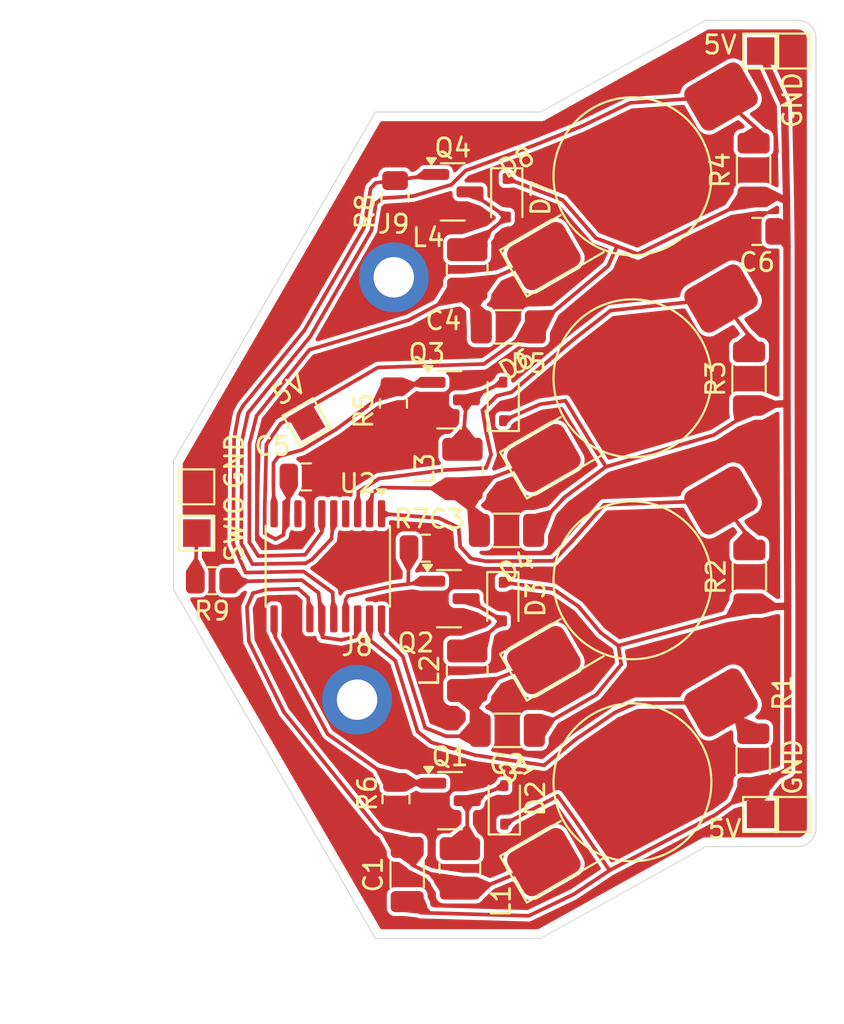
<source format=kicad_pcb>
(kicad_pcb (version 20240108) (generator "pcbnew") (generator_version "8.0")
  (layers (0 "F.Cu" signal) (31 "B.Cu" signal) (34 "B.Paste" user) (35 "F.Paste" user) (36 "B.SilkS" user "B.Silkscreen") (37 "F.SilkS" user "F.Silkscreen") (38 "B.Mask" user) (39 "F.Mask" user) (44 "Edge.Cuts" user))
  (net 0 "")
  (net 1 "+5V")
  (net 2 "m01")
  (net 3 "m11")
  (net 4 "m21")
  (net 5 "m31")
  (net 6 "m00")
  (net 7 "Net-(D2-A)")
  (net 8 "Net-(D3-A)")
  (net 9 "m10")
  (net 10 "Net-(D5-A)")
  (net 11 "m20")
  (net 12 "Net-(D7-A)")
  (net 13 "m30")
  (net 14 "T1C1")
  (net 15 "GND")
  (net 16 "T1C2")
  (net 17 "T2C1")
  (net 18 "T2C3")
  (net 21 "SWIO")
  (net 22 "Net-(J2-Pin_1)")
  (footprint "Capacitor_SMD:C_1206_3216Metric" (layer "F.Cu") (at 60.24 98.2 180)
    (property "Reference" "C4" (at 3.54 0.34 0) (layer "F.SilkS"))
    (property "Value" "22u")
    (pad "1" smd roundrect (at -1.475 0 180) (size 1.15 1.8) (layers "F.Cu" "F.Paste" "F.Mask") (roundrect_rratio 0.217391) (net 1 "+5V"))
    (pad "2" smd roundrect (at 1.475 0 180) (size 1.15 1.8) (layers "F.Cu" "F.Paste" "F.Mask") (roundrect_rratio 0.217391) (net 5 "m31"))
  )
  (footprint "Capacitor_SMD:C_1206_3216Metric" (layer "F.Cu") (at 60.14 109.28 180)
    (property "Reference" "C3" (at 3.26 0.61 0) (layer "F.SilkS"))
    (property "Value" "22u")
    (pad "1" smd roundrect (at -1.475 0 180) (size 1.15 1.8) (layers "F.Cu" "F.Paste" "F.Mask") (roundrect_rratio 0.217391) (net 1 "+5V"))
    (pad "2" smd roundrect (at 1.475 0 180) (size 1.15 1.8) (layers "F.Cu" "F.Paste" "F.Mask") (roundrect_rratio 0.217391) (net 4 "m21"))
  )
  (footprint "Inductor_SMD:L_1008_2520Metric" (layer "F.Cu") (at 57.74 105.94 90)
    (property "Reference" "L3" (at 0 -2.05 90) (layer "F.SilkS"))
    (property "Value" "2.2uH")
    (pad "1" smd roundrect (at -1.075 0 90) (size 1.25 2.2) (layers "F.Cu" "F.Paste" "F.Mask") (roundrect_rratio 0.2) (net 4 "m21"))
    (pad "2" smd roundrect (at 1.075 0 90) (size 1.25 2.2) (layers "F.Cu" "F.Paste" "F.Mask") (roundrect_rratio 0.2) (net 10 "Net-(D5-A)"))
  )
  (footprint "Resistor_SMD:R_0805_2012Metric" (layer "F.Cu") (at 44.1 112.02 180)
    (property "Reference" "R9" (at 0 -1.65 360) (layer "F.SilkS"))
    (property "Value" "120")
    (pad "1" smd roundrect (at -0.9125 0 180) (size 1.025 1.4) (layers "F.Cu" "F.Paste" "F.Mask") (roundrect_rratio 0.243902) (net 21 "SWIO"))
    (pad "2" smd roundrect (at 0.9125 0 180) (size 1.025 1.4) (layers "F.Cu" "F.Paste" "F.Mask") (roundrect_rratio 0.243902) (net 22 "Net-(J2-Pin_1)"))
  )
  (footprint "Resistor_SMD:R_1206_3216Metric" (layer "F.Cu") (at 73.37 111.81 90)
    (property "Reference" "R2" (at 0 -1.82 90) (layer "F.SilkS"))
    (property "Value" "100m")
    (pad "1" smd roundrect (at -1.4625 0 90) (size 1.125 1.75) (layers "F.Cu" "F.Paste" "F.Mask") (roundrect_rratio 0.222222) (net 1 "+5V"))
    (pad "2" smd roundrect (at 1.4625 0 90) (size 1.125 1.75) (layers "F.Cu" "F.Paste" "F.Mask") (roundrect_rratio 0.222222) (net 9 "m10"))
  )
  (footprint "Resistor_SMD:R_0805_2012Metric" (layer "F.Cu") (at 54.07 91.1475 -90)
    (property "Reference" "R8" (at 0.7725 1.64 90) (layer "F.SilkS"))
    (property "Value" "10k")
    (pad "1" smd roundrect (at -0.9125 0 270) (size 1.025 1.4) (layers "F.Cu" "F.Paste" "F.Mask") (roundrect_rratio 0.243902) (net 14 "T1C1"))
    (pad "2" smd roundrect (at 0.9125 0 270) (size 1.025 1.4) (layers "F.Cu" "F.Paste" "F.Mask") (roundrect_rratio 0.243902) (net 15 "GND"))
  )
  (footprint "Diode_SMD:D_SOD-323" (layer "F.Cu") (at 60.02 124.23 90)
    (property "Reference" "D2" (at 0.35 1.7 90) (layer "F.SilkS"))
    (property "Value" "1A")
    (pad "1" smd roundrect (at -1.05 0 90) (size 0.6 0.45) (layers "F.Cu" "F.Paste" "F.Mask") (net 1 "+5V"))
    (pad "2" smd roundrect (at 1.05 0 90) (size 0.6 0.45) (layers "F.Cu" "F.Paste" "F.Mask") (net 7 "Net-(D2-A)"))
  )
  (footprint "Package_TO_SOT_SMD:SOT-23" (layer "F.Cu") (at 57.2125 90.85)
    (property "Reference" "Q4" (at 0 -2.4 0) (layer "F.SilkS"))
    (property "Value" "Q_NMOS_GSD")
    (pad "1" smd roundrect (at -0.9375 -0.95) (size 1.475 0.6) (layers "F.Cu" "F.Paste" "F.Mask") (net 14 "T1C1"))
    (pad "2" smd roundrect (at -0.9375 0.95) (size 1.475 0.6) (layers "F.Cu" "F.Paste" "F.Mask") (net 15 "GND"))
    (pad "3" smd roundrect (at 0.9375 0) (size 1.475 0.6) (layers "F.Cu" "F.Paste" "F.Mask") (net 12 "Net-(D7-A)"))
  )
  (footprint "Capacitor_SMD:C_1206_3216Metric" (layer "F.Cu") (at 60.18 120.17 180)
    (property "Reference" "C2" (at 0 -1.85 0) (layer "F.SilkS"))
    (property "Value" "22u")
    (pad "1" smd roundrect (at -1.475 0 180) (size 1.15 1.8) (layers "F.Cu" "F.Paste" "F.Mask") (roundrect_rratio 0.217391) (net 1 "+5V"))
    (pad "2" smd roundrect (at 1.475 0 180) (size 1.15 1.8) (layers "F.Cu" "F.Paste" "F.Mask") (roundrect_rratio 0.217391) (net 3 "m11"))
  )
  (footprint "Inductor_SMD:L_1008_2520Metric" (layer "F.Cu") (at 58 95.07 90)
    (property "Reference" "L4" (at 1.74 -2.13 180) (layer "F.SilkS"))
    (property "Value" "2.2uH")
    (pad "1" smd roundrect (at -1.075 0 90) (size 1.25 2.2) (layers "F.Cu" "F.Paste" "F.Mask") (roundrect_rratio 0.2) (net 5 "m31"))
    (pad "2" smd roundrect (at 1.075 0 90) (size 1.25 2.2) (layers "F.Cu" "F.Paste" "F.Mask") (roundrect_rratio 0.2) (net 12 "Net-(D7-A)"))
  )
  (footprint "Resistor_SMD:R_1206_3216Metric" (layer "F.Cu") (at 73.58 121.82 90)
    (property "Reference" "R1" (at 3.7 1.6 90) (layer "F.SilkS"))
    (property "Value" "100m")
    (pad "1" smd roundrect (at -1.4625 0 90) (size 1.125 1.75) (layers "F.Cu" "F.Paste" "F.Mask") (roundrect_rratio 0.222222) (net 1 "+5V"))
    (pad "2" smd roundrect (at 1.4625 0 90) (size 1.125 1.75) (layers "F.Cu" "F.Paste" "F.Mask") (roundrect_rratio 0.222222) (net 6 "m00"))
  )
  (footprint "Resistor_SMD:R_1206_3216Metric" (layer "F.Cu") (at 73.6 89.66 90)
    (property "Reference" "R4" (at 0 -1.82 90) (layer "F.SilkS"))
    (property "Value" "100m")
    (pad "1" smd roundrect (at -1.4625 0 90) (size 1.125 1.75) (layers "F.Cu" "F.Paste" "F.Mask") (roundrect_rratio 0.222222) (net 1 "+5V"))
    (pad "2" smd roundrect (at 1.4625 0 90) (size 1.125 1.75) (layers "F.Cu" "F.Paste" "F.Mask") (roundrect_rratio 0.222222) (net 13 "m30"))
  )
  (footprint "Resistor_SMD:R_1206_3216Metric" (layer "F.Cu") (at 73.35 101.02 90)
    (property "Reference" "R3" (at 0 -1.82 90) (layer "F.SilkS"))
    (property "Value" "100m")
    (pad "1" smd roundrect (at -1.4625 0 90) (size 1.125 1.75) (layers "F.Cu" "F.Paste" "F.Mask") (roundrect_rratio 0.222222) (net 1 "+5V"))
    (pad "2" smd roundrect (at 1.4625 0 90) (size 1.125 1.75) (layers "F.Cu" "F.Paste" "F.Mask") (roundrect_rratio 0.222222) (net 11 "m20"))
  )
  (footprint "TestPoint:TestPoint_Pad_1.5x1.5mm" (layer "F.Cu") (at 43.27 106.91)
    (property "Reference" "J1" (hide yes))
    (property "Value" "GND" (at 2.04 -1.4 90) (layer "F.SilkS"))
    (pad "1" smd rect (at 0 0) (size 1.5 1.5) (layers "F.Cu" "F.Paste" "F.Mask") (net 15 "GND"))
  )
  (footprint "Inductor_SMD:L_1008_2520Metric" (layer "F.Cu") (at 57.6 127.69 90)
    (property "Reference" "L1" (at -1.79 2.25 90) (layer "F.SilkS"))
    (property "Value" "2.2uH")
    (pad "1" smd roundrect (at -1.075 0 90) (size 1.25 2.2) (layers "F.Cu" "F.Paste" "F.Mask") (roundrect_rratio 0.2) (net 2 "m01"))
    (pad "2" smd roundrect (at 1.075 0 90) (size 1.25 2.2) (layers "F.Cu" "F.Paste" "F.Mask") (roundrect_rratio 0.2) (net 7 "Net-(D2-A)"))
  )
  (footprint "TestPoint:TestPoint_Pad_1.5x1.5mm" (layer "F.Cu") (at 73.98 124.75)
    (property "Reference" "J4" (hide yes))
    (property "Value" "5V" (at -1.96 0.81 0) (layer "F.SilkS"))
    (pad "1" smd rect (at 0 0) (size 1.5 1.5) (layers "F.Cu" "F.Paste" "F.Mask") (net 1 "+5V"))
  )
  (footprint "Diode_SMD:D_SOD-323" (layer "F.Cu") (at 59.94 113.16 -90)
    (property "Reference" "D3" (at -0.13 -1.79 90) (layer "F.SilkS"))
    (property "Value" "1A")
    (pad "1" smd roundrect (at -1.05 0 270) (size 0.6 0.45) (layers "F.Cu" "F.Paste" "F.Mask") (net 1 "+5V"))
    (pad "2" smd roundrect (at 1.05 0 270) (size 0.6 0.45) (layers "F.Cu" "F.Paste" "F.Mask") (net 8 "Net-(D3-A)"))
  )
  (footprint "Diode_SMD:D_SOD-323" (layer "F.Cu") (at 60.1525 91.17 -90)
    (property "Reference" "D7" (at 0 -1.85 90) (layer "F.SilkS"))
    (property "Value" "1A")
    (pad "1" smd roundrect (at -1.05 0 270) (size 0.6 0.45) (layers "F.Cu" "F.Paste" "F.Mask") (net 1 "+5V"))
    (pad "2" smd roundrect (at 1.05 0 270) (size 0.6 0.45) (layers "F.Cu" "F.Paste" "F.Mask") (net 12 "Net-(D7-A)"))
  )
  (footprint "cnhardware:LED_1W_3W_R8-FOR-ALUMINIUM-SUBSTRATE" (layer "F.Cu") (at 67 123 30)
    (property "Reference" "D1" (at -5.08 -3.81 30) (layer "F.SilkS"))
    (property "Value" "LED")
    (pad "1" smd roundrect (at -6.35 1.35 30) (size 3.5 2.7) (layers "F.Cu" "F.Paste" "F.Mask") (roundrect_rratio 0.1851851852) (net 2 "m01"))
    (pad "2" smd roundrect (at 6.35 -1.35 30) (size 3.5 2.7) (layers "F.Cu" "F.Paste" "F.Mask") (roundrect_rratio 0.1851851852) (net 6 "m00"))
  )
  (footprint "Resistor_SMD:R_0805_2012Metric" (layer "F.Cu") (at 54.12 123.9175 -90)
    (property "Reference" "R6" (at -0.3175 1.56 90) (layer "F.SilkS"))
    (property "Value" "10k")
    (pad "1" smd roundrect (at -0.9125 0 270) (size 1.025 1.4) (layers "F.Cu" "F.Paste" "F.Mask") (roundrect_rratio 0.243902) (net 17 "T2C1"))
    (pad "2" smd roundrect (at 0.9125 0 270) (size 1.025 1.4) (layers "F.Cu" "F.Paste" "F.Mask") (roundrect_rratio 0.243902) (net 15 "GND"))
  )
  (footprint "TestPoint:TestPoint_Pad_1.5x1.5mm" (layer "F.Cu") (at 73.99 83.18)
    (property "Reference" "J3" (hide yes))
    (property "Value" "5V" (at -2.22 -0.34 0) (layer "F.SilkS"))
    (pad "1" smd rect (at 0 0) (size 1.5 1.5) (layers "F.Cu" "F.Paste" "F.Mask") (net 1 "+5V"))
  )
  (footprint "cnhardware:LED_1W_3W_R8-FOR-ALUMINIUM-SUBSTRATE" (layer "F.Cu") (at 67 112 30)
    (property "Reference" "D4" (at -5.08 -3.81 30) (layer "F.SilkS"))
    (property "Value" "LED")
    (pad "1" smd roundrect (at -6.35 1.35 30) (size 3.5 2.7) (layers "F.Cu" "F.Paste" "F.Mask") (roundrect_rratio 0.1851851852) (net 3 "m11"))
    (pad "2" smd roundrect (at 6.35 -1.35 30) (size 3.5 2.7) (layers "F.Cu" "F.Paste" "F.Mask") (roundrect_rratio 0.1851851852) (net 9 "m10"))
  )
  (footprint "Inductor_SMD:L_1008_2520Metric" (layer "F.Cu") (at 58 116.925 90)
    (property "Reference" "L2" (at 0 -2.05 90) (layer "F.SilkS"))
    (property "Value" "2.2uH")
    (pad "1" smd roundrect (at -1.075 0 90) (size 1.25 2.2) (layers "F.Cu" "F.Paste" "F.Mask") (roundrect_rratio 0.2) (net 3 "m11"))
    (pad "2" smd roundrect (at 1.075 0 90) (size 1.25 2.2) (layers "F.Cu" "F.Paste" "F.Mask") (roundrect_rratio 0.2) (net 8 "Net-(D3-A)"))
  )
  (footprint "TestPoint:TestPoint_Pad_1.5x1.5mm" (layer "F.Cu") (at 75.75 124.75)
    (property "Reference" "J6" (hide yes))
    (property "Value" "GND" (at -0.03 -2.59 90) (layer "F.SilkS"))
    (pad "1" smd rect (at 0 0) (size 1.5 1.5) (layers "F.Cu" "F.Paste" "F.Mask") (net 15 "GND"))
  )
  (footprint "Package_TO_SOT_SMD:SOT-23" (layer "F.Cu") (at 57.0625 124)
    (property "Reference" "Q1" (at 0 -2.4 0) (layer "F.SilkS"))
    (property "Value" "Q_NMOS_GSD")
    (pad "1" smd roundrect (at -0.9375 -0.95) (size 1.475 0.6) (layers "F.Cu" "F.Paste" "F.Mask") (net 17 "T2C1"))
    (pad "2" smd roundrect (at -0.9375 0.95) (size 1.475 0.6) (layers "F.Cu" "F.Paste" "F.Mask") (net 15 "GND"))
    (pad "3" smd roundrect (at 0.9375 0) (size 1.475 0.6) (layers "F.Cu" "F.Paste" "F.Mask") (net 7 "Net-(D2-A)"))
  )
  (footprint "Package_TO_SOT_SMD:SOT-23" (layer "F.Cu") (at 57 113)
    (property "Reference" "Q2" (at -1.8 2.4 0) (layer "F.SilkS"))
    (property "Value" "Q_NMOS_GSD")
    (pad "1" smd roundrect (at -0.9375 -0.95) (size 1.475 0.6) (layers "F.Cu" "F.Paste" "F.Mask") (net 16 "T1C2"))
    (pad "2" smd roundrect (at -0.9375 0.95) (size 1.475 0.6) (layers "F.Cu" "F.Paste" "F.Mask") (net 15 "GND"))
    (pad "3" smd roundrect (at 0.9375 0) (size 1.475 0.6) (layers "F.Cu" "F.Paste" "F.Mask") (net 8 "Net-(D3-A)"))
  )
  (footprint "Capacitor_SMD:C_0805_2012Metric" (layer "F.Cu") (at 73.79 93 180)
    (property "Reference" "C6" (at 0 -1.68 360) (layer "F.SilkS"))
    (property "Value" "10u")
    (pad "1" smd roundrect (at -0.95 0 180) (size 1 1.45) (layers "F.Cu" "F.Paste" "F.Mask") (net 1 "+5V"))
    (pad "2" smd roundrect (at 0.95 0 180) (size 1 1.45) (layers "F.Cu" "F.Paste" "F.Mask") (net 15 "GND"))
  )
  (footprint "Package_TO_SOT_SMD:SOT-23" (layer "F.Cu") (at 57.02 102.1725)
    (property "Reference" "Q3" (at -1.22 -2.5325 0) (layer "F.SilkS"))
    (property "Value" "Q_NMOS_GSD")
    (pad "1" smd roundrect (at -0.9375 -0.95) (size 1.475 0.6) (layers "F.Cu" "F.Paste" "F.Mask") (net 18 "T2C3"))
    (pad "2" smd roundrect (at -0.9375 0.95) (size 1.475 0.6) (layers "F.Cu" "F.Paste" "F.Mask") (net 15 "GND"))
    (pad "3" smd roundrect (at 0.9375 0) (size 1.475 0.6) (layers "F.Cu" "F.Paste" "F.Mask") (net 10 "Net-(D5-A)"))
  )
  (footprint "cnhardware:LED_1W_3W_R8-FOR-ALUMINIUM-SUBSTRATE" (layer "F.Cu") (at 67 90 30)
    (property "Reference" "D8" (at -5.08 -3.81 30) (layer "F.SilkS"))
    (property "Value" "LED")
    (pad "1" smd roundrect (at -6.35 1.35 30) (size 3.5 2.7) (layers "F.Cu" "F.Paste" "F.Mask") (roundrect_rratio 0.1851851852) (net 5 "m31"))
    (pad "2" smd roundrect (at 6.35 -1.35 30) (size 3.5 2.7) (layers "F.Cu" "F.Paste" "F.Mask") (roundrect_rratio 0.1851851852) (net 13 "m30"))
  )
  (footprint "Package_SO:TSSOP-20_4.4x6.5mm_P0.65mm" (layer "F.Cu") (at 50.405 111.2375 -90)
    (property "Reference" "U2" (at -4.5175 -1.635 180) (layer "F.SilkS"))
    (property "Value" "CH32V003FxPx")
    (pad "1" smd roundrect (at -2.8625 -2.925 270) (size 1.475 0.4) (layers "F.Cu" "F.Paste" "F.Mask") (net 9 "m10"))
    (pad "2" smd roundrect (at -2.8625 -2.275 270) (size 1.475 0.4) (layers "F.Cu" "F.Paste" "F.Mask") (net 4 "m21"))
    (pad "3" smd roundrect (at -2.8625 -1.625 270) (size 1.475 0.4) (layers "F.Cu" "F.Paste" "F.Mask") (net 11 "m20"))
    (pad "4" smd roundrect (at -2.8625 -0.975 270) (size 1.475 0.4) (layers "F.Cu" "F.Paste" "F.Mask"))
    (pad "5" smd roundrect (at -2.8625 -0.325 270) (size 1.475 0.4) (layers "F.Cu" "F.Paste" "F.Mask") (net 13 "m30"))
    (pad "6" smd roundrect (at -2.8625 0.325 270) (size 1.475 0.4) (layers "F.Cu" "F.Paste" "F.Mask") (net 5 "m31"))
    (pad "7" smd roundrect (at -2.8625 0.975 270) (size 1.475 0.4) (layers "F.Cu" "F.Paste" "F.Mask") (net 15 "GND"))
    (pad "8" smd roundrect (at -2.8625 1.625 270) (size 1.475 0.4) (layers "F.Cu" "F.Paste" "F.Mask"))
    (pad "9" smd roundrect (at -2.8625 2.275 270) (size 1.475 0.4) (layers "F.Cu" "F.Paste" "F.Mask") (net 1 "+5V"))
    (pad "10" smd roundrect (at -2.8625 2.925 270) (size 1.475 0.4) (layers "F.Cu" "F.Paste" "F.Mask") (net 18 "T2C3"))
    (pad "11" smd roundrect (at 2.8625 2.925 270) (size 1.475 0.4) (layers "F.Cu" "F.Paste" "F.Mask") (net 17 "T2C1"))
    (pad "12" smd roundrect (at 2.8625 2.275 270) (size 1.475 0.4) (layers "F.Cu" "F.Paste" "F.Mask") (net 15 "GND"))
    (pad "13" smd roundrect (at 2.8625 1.625 270) (size 1.475 0.4) (layers "F.Cu" "F.Paste" "F.Mask") (net 15 "GND"))
    (pad "14" smd roundrect (at 2.8625 0.975 270) (size 1.475 0.4) (layers "F.Cu" "F.Paste" "F.Mask") (net 2 "m01"))
    (pad "15" smd roundrect (at 2.8625 0.325 270) (size 1.475 0.4) (layers "F.Cu" "F.Paste" "F.Mask") (net 21 "SWIO"))
    (pad "16" smd roundrect (at 2.8625 -0.325 270) (size 1.475 0.4) (layers "F.Cu" "F.Paste" "F.Mask") (net 14 "T1C1"))
    (pad "17" smd roundrect (at 2.8625 -0.975 270) (size 1.475 0.4) (layers "F.Cu" "F.Paste" "F.Mask") (net 16 "T1C2"))
    (pad "18" smd roundrect (at 2.8625 -1.625 270) (size 1.475 0.4) (layers "F.Cu" "F.Paste" "F.Mask") (net 21 "SWIO"))
    (pad "19" smd roundrect (at 2.8625 -2.275 270) (size 1.475 0.4) (layers "F.Cu" "F.Paste" "F.Mask") (net 6 "m00"))
    (pad "20" smd roundrect (at 2.8625 -2.925 270) (size 1.475 0.4) (layers "F.Cu" "F.Paste" "F.Mask") (net 3 "m11"))
  )
  (footprint "Capacitor_SMD:C_1206_3216Metric" (layer "F.Cu") (at 54.73 128.02 90)
    (property "Reference" "C1" (at 0 -1.85 90) (layer "F.SilkS"))
    (property "Value" "22u")
    (pad "1" smd roundrect (at -1.475 0 90) (size 1.15 1.8) (layers "F.Cu" "F.Paste" "F.Mask") (roundrect_rratio 0.217391) (net 1 "+5V"))
    (pad "2" smd roundrect (at 1.475 0 90) (size 1.15 1.8) (layers "F.Cu" "F.Paste" "F.Mask") (roundrect_rratio 0.217391) (net 2 "m01"))
  )
  (footprint "TestPoint:TestPoint_Pad_1.5x1.5mm" (layer "F.Cu") (at 49.25 103.38 30)
    (property "Reference" "J7" (hide yes))
    (property "Value" "5V" (at 0.047276 -1.981884 30) (layer "F.SilkS"))
    (pad "1" smd rect (at 0 0 30) (size 1.5 1.5) (layers "F.Cu" "F.Mask") (net 1 "+5V"))
  )
  (footprint "TestPoint:TestPoint_Pad_1.5x1.5mm" (layer "F.Cu") (at 43.27 109.43)
    (property "Reference" "J2" (hide yes))
    (property "Value" "SWIO" (at 2.05 -0.24 90) (layer "F.SilkS"))
    (pad "1" smd rect (at 0 0) (size 1.5 1.5) (layers "F.Cu" "F.Paste" "F.Mask") (net 22 "Net-(J2-Pin_1)"))
  )
  (footprint "MountingHole:MountingHole_2.2mm_M2_DIN965_Pad" (layer "F.Cu") (at 54 95.5)
    (property "Reference" "J9" (at 0 -2.9 0) (layer "F.SilkS"))
    (property "Value" "GND")
    (pad "1" thru_hole circle (at 0 0) (size 3.8 3.8) (drill 2.2) (layers "*.Cu" "*.Mask") (net 15 "GND"))
  )
  (footprint "Resistor_SMD:R_0805_2012Metric" (layer "F.Cu") (at 55.7425 110.25)
    (property "Reference" "R7" (at -0.7625 -1.6 0) (layer "F.SilkS"))
    (property "Value" "10k")
    (pad "1" smd roundrect (at -0.9125 0) (size 1.025 1.4) (layers "F.Cu" "F.Paste" "F.Mask") (roundrect_rratio 0.243902) (net 16 "T1C2"))
    (pad "2" smd roundrect (at 0.9125 0) (size 1.025 1.4) (layers "F.Cu" "F.Paste" "F.Mask") (roundrect_rratio 0.243902) (net 15 "GND"))
  )
  (footprint "Resistor_SMD:R_0805_2012Metric" (layer "F.Cu") (at 53.98 102.3775 -90)
    (property "Reference" "R5" (at 0.3825 1.62 90) (layer "F.SilkS"))
    (property "Value" "10k")
    (pad "1" smd roundrect (at -0.9125 0 270) (size 1.025 1.4) (layers "F.Cu" "F.Paste" "F.Mask") (roundrect_rratio 0.243902) (net 18 "T2C3"))
    (pad "2" smd roundrect (at 0.9125 0 270) (size 1.025 1.4) (layers "F.Cu" "F.Paste" "F.Mask") (roundrect_rratio 0.243902) (net 15 "GND"))
  )
  (footprint "Capacitor_SMD:C_0805_2012Metric" (layer "F.Cu") (at 49.23 106.37)
    (property "Reference" "C5" (at -1.84 -1.67 0) (layer "F.SilkS"))
    (property "Value" "10u")
    (pad "1" smd roundrect (at -0.95 0) (size 1 1.45) (layers "F.Cu" "F.Paste" "F.Mask") (net 1 "+5V"))
    (pad "2" smd roundrect (at 0.95 0) (size 1 1.45) (layers "F.Cu" "F.Paste" "F.Mask") (net 15 "GND"))
  )
  (footprint "MountingHole:MountingHole_2.2mm_M2_DIN965_Pad" (layer "F.Cu") (at 52 118.5)
    (property "Reference" "J8" (at 0 -2.9 0) (layer "F.SilkS"))
    (property "Value" "GND")
    (pad "1" thru_hole circle (at 0 0) (size 3.8 3.8) (drill 2.2) (layers "*.Cu" "*.Mask") (net 15 "GND"))
  )
  (footprint "TestPoint:TestPoint_Pad_1.5x1.5mm" (layer "F.Cu") (at 75.74 83.18)
    (property "Reference" "J5" (hide yes))
    (property "Value" "GND" (at -0.02 2.67 90) (layer "F.SilkS"))
    (pad "1" smd rect (at 0 0) (size 1.5 1.5) (layers "F.Cu" "F.Paste" "F.Mask") (net 15 "GND"))
  )
  (footprint "Diode_SMD:D_SOD-323" (layer "F.Cu") (at 59.96 102.26 90)
    (property "Reference" "D5" (at 2.06 1.39 180) (layer "F.SilkS"))
    (property "Value" "1A")
    (pad "1" smd roundrect (at -1.05 0 90) (size 0.6 0.45) (layers "F.Cu" "F.Paste" "F.Mask") (net 1 "+5V"))
    (pad "2" smd roundrect (at 1.05 0 90) (size 0.6 0.45) (layers "F.Cu" "F.Paste" "F.Mask") (net 10 "Net-(D5-A)"))
  )
  (footprint "cnhardware:LED_1W_3W_R8-FOR-ALUMINIUM-SUBSTRATE" (layer "F.Cu") (at 67 101 30)
    (property "Reference" "D6" (at -5.08 -3.81 30) (layer "F.SilkS"))
    (property "Value" "LED")
    (pad "1" smd roundrect (at -6.35 1.35 30) (size 3.5 2.7) (layers "F.Cu" "F.Paste" "F.Mask") (roundrect_rratio 0.1851851852) (net 4 "m21"))
    (pad "2" smd roundrect (at 6.35 -1.35 30) (size 3.5 2.7) (layers "F.Cu" "F.Paste" "F.Mask") (roundrect_rratio 0.1851851852) (net 11 "m20"))
  )
  (gr_line (start 53 131.5) (end 42 112.5) (stroke (width 0.05)) (layer "Edge.Cuts"))
  (gr_line (start 54 86.5) (end 53 86.5) (stroke (width 0.05)) (layer "Edge.Cuts"))
  (gr_arc (start 77 125.5) (mid 76.707107 126.207107) (end 76 126.5) (stroke (width 0.05)) (layer "Edge.Cuts"))
  (gr_line (start 77 125.5) (end 77 82.5) (stroke (width 0.05)) (layer "Edge.Cuts"))
  (gr_line (start 71 126.5) (end 62 131.5) (stroke (width 0.05)) (layer "Edge.Cuts"))
  (gr_line (start 71 81.5) (end 62 86.5) (stroke (width 0.05)) (layer "Edge.Cuts"))
  (gr_line (start 76 81.5) (end 71 81.5) (stroke (width 0.05)) (layer "Edge.Cuts"))
  (gr_line (start 62 131.5) (end 53 131.5) (stroke (width 0.05)) (layer "Edge.Cuts"))
  (gr_line (start 42 112.5) (end 42 105.5) (stroke (width 0.05)) (layer "Edge.Cuts"))
  (gr_line (start 62 86.5) (end 54 86.5) (stroke (width 0.05)) (layer "Edge.Cuts"))
  (gr_line (start 76 126.5) (end 71 126.5) (stroke (width 0.05)) (layer "Edge.Cuts"))
  (gr_arc (start 76 81.5) (mid 76.707107 81.792893) (end 77 82.5) (stroke (width 0.05)) (layer "Edge.Cuts"))
  (gr_line (start 42 105.5) (end 53 86.5) (stroke (width 0.05)) (layer "Edge.Cuts"))
  (segment (start 66.23 115.560313) (end 66.39 116.58) (width 0.2) (layer "F.Cu") (net 1))
  (segment (start 63.2 91.29) (end 65 93.36) (width 0.2) (layer "F.Cu") (net 1))
  (segment (start 64.06 113.42) (end 65.26 114.85) (width 0.2) (layer "F.Cu") (net 1))
  (segment (start 47.83 103.48) (end 47.06 104.61) (width 0.2) (layer "F.Cu") (net 1))
  (segment (start 75.42 102.37375) (end 75.46 113.405591) (width 0.4) (layer "F.Cu") (net 1))
  (segment (start 66.16 93.800699) (end 67.29 94.23) (width 0.2) (layer "F.Cu") (net 1))
  (segment (start 75.42 93.82) (end 75.42 102.37375) (width 0.4) (layer "F.Cu") (net 1))
  (segment (start 62.69 112.48) (end 64.06 113.42) (width 0.2) (layer "F.Cu") (net 1))
  (segment (start 61.615 109.28) (end 63.3 107.48) (width 0.2) (layer "F.Cu") (net 1))
  (segment (start 65.04 118.23) (end 61.655 120.17) (width 0.2) (layer "F.Cu") (net 1))
  (segment (start 71.53 124.76) (end 65.752781 127.797219) (width 0.2) (layer "F.Cu") (net 1))
  (segment (start 75.393774 91.346226) (end 75.28 86.1) (width 0.4) (layer "F.Cu") (net 1))
  (segment (start 63.9 125.09) (end 62.93 123.74) (width 0.2) (layer "F.Cu") (net 1))
  (segment (start 73.98 124.75) (end 73.58 123.2825) (width 0.2) (layer "F.Cu") (net 1))
  (segment (start 60.1525 90.12) (end 63.2 91.29) (width 0.2) (layer "F.Cu") (net 1))
  (segment (start 74.74 93) (end 75.42 93.82) (width 0.4) (layer "F.Cu") (net 1))
  (segment (start 61.35 130.27) (end 55.46 130.1) (width 0.2) (layer "F.Cu") (net 1))
  (segment (start 65.26 114.85) (end 66.23 115.560313) (width 0.2) (layer "F.Cu") (net 1))
  (segment (start 75.46 113.405591) (end 75.46 122.36) (width 0.4) (layer "F.Cu") (net 1))
  (segment (start 48.13 108.375) (end 48.455 106.37) (width 0.2) (layer "F.Cu") (net 1))
  (segment (start 65.752781 127.797219) (end 63.9 125.09) (width 0.2) (layer "F.Cu") (net 1))
  (segment (start 74.31 90.8125) (end 75.393774 91.346226) (width 0.4) (layer "F.Cu") (net 1))
  (segment (start 55.46 130.1) (end 54.73 129.495) (width 0.2) (layer "F.Cu") (net 1))
  (segment (start 47.56 109.76) (end 47.99 109.53) (width 0.2) (layer "F.Cu") (net 1))
  (segment (start 71.43 104.09) (end 74 102.4625) (width 0.2) (layer "F.Cu") (net 1))
  (segment (start 63.3 107.48) (end 65.55 105.82) (width 0.2) (layer "F.Cu") (net 1))
  (segment (start 65 93.36) (end 66.16 93.800699) (width 0.2) (layer "F.Cu") (net 1))
  (segment (start 71.53 124.76) (end 73.58 123.2825) (width 0.2) (layer "F.Cu") (net 1))
  (segment (start 59.96 103.31) (end 61.97 102.41) (width 0.2) (layer "F.Cu") (net 1))
  (segment (start 47.99 109.53) (end 48.13 108.375) (width 0.2) (layer "F.Cu") (net 1))
  (segment (start 48.153162 103.293162) (end 47.83 103.48) (width 0.2) (layer "F.Cu") (net 1))
  (segment (start 65.68 94.88) (end 61.715 98.2) (width 0.2) (layer "F.Cu") (net 1))
  (segment (start 61.715 98.2) (end 58.91 100.22) (width 0.2) (layer "F.Cu") (net 1))
  (segment (start 67.29 94.23) (end 74.31 90.8125) (width 0.2) (layer "F.Cu") (net 1))
  (segment (start 47.06 104.61) (end 46.97 108.04) (width 0.2) (layer "F.Cu") (net 1))
  (segment (start 75.28 86.1) (end 73.98 83.24) (width 0.4) (layer "F.Cu") (net 1))
  (segment (start 46.97 109.44) (end 47.56 109.76) (width 0.2) (layer "F.Cu") (net 1))
  (segment (start 65.752781 127.797219) (end 63.81 129.09) (width 0.2) (layer "F.Cu") (net 1))
  (segment (start 66.39 116.58) (end 65.04 118.23) (width 0.2) (layer "F.Cu") (net 1))
  (segment (start 65.68 94.88) (end 66.16 93.800699) (width 0.2) (layer "F.Cu") (net 1))
  (segment (start 59.94 112.11) (end 62.69 112.48) (width 0.2) (layer "F.Cu") (net 1))
  (segment (start 65.55 105.82) (end 71.43 104.09) (width 0.2) (layer "F.Cu") (net 1))
  (segment (start 75.46 122.36) (end 73.58 123.2825) (width 0.4) (layer "F.Cu") (net 1))
  (segment (start 61.97 102.41) (end 63.35 102.22) (width 0.2) (layer "F.Cu") (net 1))
  (segment (start 53.14 100.41) (end 48.153162 103.293162) (width 0.2) (layer "F.Cu") (net 1))
  (segment (start 62.93 123.74) (end 60.02 125.28) (width 0.2) (layer "F.Cu") (net 1))
  (segment (start 46.97 108.04) (end 46.97 109.44) (width 0.2) (layer "F.Cu") (net 1))
  (segment (start 58.91 100.22) (end 53.14 100.41) (width 0.2) (layer "F.Cu") (net 1))
  (segment (start 75.46 113.405591) (end 74 113.4625) (width 0.4) (layer "F.Cu") (net 1))
  (segment (start 74 113.4625) (end 66.23 115.560313) (width 0.2) (layer "F.Cu") (net 1))
  (segment (start 63.81 129.09) (end 61.35 130.27) (width 0.2) (layer "F.Cu") (net 1))
  (segment (start 75.42 93.82) (end 75.393774 91.346226) (width 0.4) (layer "F.Cu") (net 1))
  (segment (start 63.35 102.22) (end 65.55 105.82) (width 0.2) (layer "F.Cu") (net 1))
  (segment (start 74 102.4625) (end 75.42 102.37375) (width 0.4) (layer "F.Cu") (net 1))
  (segment (start 48.153162 103.293162) (end 49.25 103.38) (width 0.2) (layer "F.Cu") (net 1))
  (segment (start 47.06 112.506524) (end 46.33 112.7) (width 0.2) (layer "F.Cu") (net 2))
  (segment (start 48.8 112.46) (end 47.06 112.506524) (width 0.2) (layer "F.Cu") (net 2))
  (segment (start 48.01 119.17) (end 53.18 125.61) (width 0.2) (layer "F.Cu") (net 2))
  (segment (start 49.33 112.93) (end 48.8 112.46) (width 0.2) (layer "F.Cu") (net 2))
  (segment (start 46 113.46) (end 46.11 115.33) (width 0.2) (layer "F.Cu") (net 2))
  (segment (start 55 127.5) (end 54.73 126.545) (width 0.2) (layer "F.Cu") (net 2))
  (segment (start 57.6 128.765) (end 55 127.5) (width 0.2) (layer "F.Cu") (net 2))
  (segment (start 53.18 125.61) (end 54.73 126.545) (width 0.2) (layer "F.Cu") (net 2))
  (segment (start 62.175739 127.344134) (end 58 129.075) (width 0.2) (layer "F.Cu") (net 2))
  (segment (start 46.33 112.7) (end 46 113.46) (width 0.2) (layer "F.Cu") (net 2))
  (segment (start 49.43 114.1) (end 49.33 112.93) (width 0.2) (layer "F.Cu") (net 2))
  (segment (start 46.11 115.33) (end 48.01 119.17) (width 0.2) (layer "F.Cu") (net 2))
  (segment (start 58 118) (end 58.705 120.17) (width 0.2) (layer "F.Cu") (net 3))
  (segment (start 53.33 114.1) (end 53.33 114.97) (width 0.2) (layer "F.Cu") (net 3))
  (segment (start 53.33 114.97) (end 54.49 116.15) (width 0.2) (layer "F.Cu") (net 3))
  (segment (start 54.49 116.15) (end 55.71 120.03) (width 0.2) (layer "F.Cu") (net 3))
  (segment (start 58.3 120.49) (end 58.705 120.17) (width 0.2) (layer "F.Cu") (net 3))
  (segment (start 56.85 120.49) (end 58.3 120.49) (width 0.2) (layer "F.Cu") (net 3))
  (segment (start 55.71 120.03) (end 56.85 120.49) (width 0.2) (layer "F.Cu") (net 3))
  (segment (start 62.175739 116.344134) (end 58 118) (width 0.2) (layer "F.Cu") (net 3))
  (segment (start 52.84 107.21) (end 53.33 106.95) (width 0.2) (layer "F.Cu") (net 4))
  (segment (start 53.33 106.95) (end 57.74 107.015) (width 0.2) (layer "F.Cu") (net 4))
  (segment (start 52.68 108.375) (end 52.84 107.21) (width 0.2) (layer "F.Cu") (net 4))
  (segment (start 62.175739 105.344134) (end 57.74 107.015) (width 0.2) (layer "F.Cu") (net 4))
  (segment (start 58.665 109.28) (end 57.74 107.015) (width 0.2) (layer "F.Cu") (net 4))
  (segment (start 46.53 103.04) (end 49.4 99.45) (width 0.2) (layer "F.Cu") (net 5))
  (segment (start 58.765 98.2) (end 58 96.145) (width 0.2) (layer "F.Cu") (net 5))
  (segment (start 58 96.145) (end 54.81 97.83) (width 0.2) (layer "F.Cu") (net 5))
  (segment (start 50.08 108.375) (end 50.08 109.37) (width 0.2) (layer "F.Cu") (net 5))
  (segment (start 46.13 109.92) (end 46.14 104.56) (width 0.2) (layer "F.Cu") (net 5))
  (segment (start 58 96.145) (end 62.175739 94.344134) (width 0.2) (layer "F.Cu") (net 5))
  (segment (start 50.08 109.37) (end 49.17 110.61) (width 0.2) (layer "F.Cu") (net 5))
  (segment (start 46.62 110.68) (end 46.13 109.92) (width 0.2) (layer "F.Cu") (net 5))
  (segment (start 54.81 97.83) (end 49.4 99.45) (width 0.2) (layer "F.Cu") (net 5))
  (segment (start 46.14 104.56) (end 46.53 103.04) (width 0.2) (layer "F.Cu") (net 5))
  (segment (start 49.17 110.61) (end 46.62 110.68) (width 0.2) (layer "F.Cu") (net 5))
  (segment (start 67.2 118.69) (end 66.06 119.19) (width 0.2) (layer "F.Cu") (net 6))
  (segment (start 52.74 115.29) (end 52.68 114.1) (width 0.2) (layer "F.Cu") (net 6))
  (segment (start 58.42 121.52) (end 62.19 122.07) (width 0.2) (layer "F.Cu") (net 6))
  (segment (start 63.95 120.63) (end 62.19 122.07) (width 0.2) (layer "F.Cu") (net 6))
  (segment (start 71.824261 118.655866) (end 67.2 118.69) (width 0.2) (layer "F.Cu") (net 6))
  (segment (start 55.3 120.24) (end 54.08 116.37) (width 0.2) (layer "F.Cu") (net 6))
  (segment (start 55.3 120.24) (end 56.04 120.82) (width 0.2) (layer "F.Cu") (net 6))
  (segment (start 54.08 116.37) (end 52.74 115.29) (width 0.2) (layer "F.Cu") (net 6))
  (segment (start 66.06 119.19) (end 63.95 120.63) (width 0.2) (layer "F.Cu") (net 6))
  (segment (start 56.04 120.82) (end 58.42 121.52) (width 0.2) (layer "F.Cu") (net 6))
  (segment (start 73.58 120.3575) (end 71.824261 118.655866) (width 0.2) (layer "F.Cu") (net 6))
  (segment (start 58 124) (end 58 126.925) (width 0.2) (layer "F.Cu") (net 7))
  (segment (start 60.02 123.18) (end 58 124) (width 0.2) (layer "F.Cu") (net 7))
  (segment (start 57.9375 113) (end 59.94 114.21) (width 0.2) (layer "F.Cu") (net 8))
  (segment (start 59.94 114.21) (end 58 115.85) (width 0.2) (layer "F.Cu") (net 8))
  (segment (start 53.33 108.375) (end 56.45 108.61) (width 0.2) (layer "F.Cu") (net 9))
  (segment (start 56.45 108.61) (end 57.53 109.13) (width 0.2) (layer "F.Cu") (net 9))
  (segment (start 58.21 110.81) (end 58.99 110.96) (width 0.2) (layer "F.Cu") (net 9))
  (segment (start 57.53 109.13) (end 57.62 110.16) (width 0.2) (layer "F.Cu") (net 9))
  (segment (start 74 110.5375) (end 71.824261 107.655866) (width 0.2) (layer "F.Cu") (net 9))
  (segment (start 58.99 110.96) (end 62.69 110.94) (width 0.2) (layer "F.Cu") (net 9))
  (segment (start 57.62 110.16) (end 58.21 110.81) (width 0.2) (layer "F.Cu") (net 9))
  (segment (start 65.45 107.89) (end 71.824261 107.655866) (width 0.2) (layer "F.Cu") (net 9))
  (segment (start 62.69 110.94) (end 63.68 109.9) (width 0.2) (layer "F.Cu") (net 9))
  (segment (start 63.68 109.9) (end 65.45 107.89) (width 0.2) (layer "F.Cu") (net 9))
  (segment (start 57.74 104.865) (end 57.9575 102.1725) (width 0.2) (layer "F.Cu") (net 10))
  (segment (start 57.9575 102.1725) (end 59.96 101.21) (width 0.2) (layer "F.Cu") (net 10))
  (segment (start 59.02 103.87) (end 59.3 105.16) (width 0.2) (layer "F.Cu") (net 11))
  (segment (start 56.72 106) (end 53.2 106.46) (width 0.2) (layer "F.Cu") (net 11))
  (segment (start 59.03 105.88) (end 56.72 106) (width 0.2) (layer "F.Cu") (net 11))
  (segment (start 58.83 102.74) (end 59.02 103.87) (width 0.2) (layer "F.Cu") (net 11))
  (segment (start 59.62 101.95) (end 58.83 102.74) (width 0.2) (layer "F.Cu") (net 11))
  (segment (start 63.76 98.91) (end 60.41 101.76) (width 0.2) (layer "F.Cu") (net 11))
  (segment (start 71.824261 96.655866) (end 65.81 97.31) (width 0.2) (layer "F.Cu") (net 11))
  (segment (start 74 99.5375) (end 71.824261 96.655866) (width 0.2) (layer "F.Cu") (net 11))
  (segment (start 53.2 106.46) (end 52.07 107.17) (width 0.2) (layer "F.Cu") (net 11))
  (segment (start 59.3 105.16) (end 59.03 105.88) (width 0.2) (layer "F.Cu") (net 11))
  (segment (start 65.81 97.31) (end 63.76 98.91) (width 0.2) (layer "F.Cu") (net 11))
  (segment (start 52.07 107.17) (end 52.03 108.375) (width 0.2) (layer "F.Cu") (net 11))
  (segment (start 60.41 101.76) (end 59.62 101.95) (width 0.2) (layer "F.Cu") (net 11))
  (segment (start 58.15 90.85) (end 60.1525 92.22) (width 0.2) (layer "F.Cu") (net 12))
  (segment (start 58 93.995) (end 60.1525 92.22) (width 0.2) (layer "F.Cu") (net 12))
  (segment (start 64.27 87.26) (end 61.55 88.35) (width 0.2) (layer "F.Cu") (net 13))
  (segment (start 46.3 111.12) (end 49.2 111.07) (width 0.2) (layer "F.Cu") (net 13))
  (segment (start 49.55 110.86) (end 50.61 109.74) (width 0.2) (layer "F.Cu") (net 13))
  (segment (start 57.91 89.69) (end 57.13 90.46) (width 0.2) (layer "F.Cu") (net 13))
  (segment (start 66.87 86) (end 64.27 87.26) (width 0.2) (layer "F.Cu") (net 13))
  (segment (start 54.03 91.15) (end 53.39 91.19) (width 0.2) (layer "F.Cu") (net 13))
  (segment (start 53.39 91.19) (end 53.03 91.46) (width 0.2) (layer "F.Cu") (net 13))
  (segment (start 55.05 91.08) (end 54.03 91.15) (width 0.2) (layer "F.Cu") (net 13))
  (segment (start 57.13 90.46) (end 55.05 91.08) (width 0.2) (layer "F.Cu") (net 13))
  (segment (start 53.03 91.46) (end 52.79 92.93) (width 0.2) (layer "F.Cu") (net 13))
  (segment (start 46.06 102.88) (end 45.73 104.39) (width 0.2) (layer "F.Cu") (net 13))
  (segment (start 49.2 111.07) (end 49.55 110.86) (width 0.2) (layer "F.Cu") (net 13))
  (segment (start 61.55 88.35) (end 57.91 89.69) (width 0.2) (layer "F.Cu") (net 13))
  (segment (start 50.61 109.74) (end 50.73 108.375) (width 0.2) (layer "F.Cu") (net 13))
  (segment (start 71.824261 85.655866) (end 66.87 86) (width 0.2) (layer "F.Cu") (net 13))
  (segment (start 52.79 92.93) (end 49.46 98.71) (width 0.2) (layer "F.Cu") (net 13))
  (segment (start 45.73 104.39) (end 45.69 109.98) (width 0.2) (layer "F.Cu") (net 13))
  (segment (start 49.46 98.71) (end 46.06 102.88) (width 0.2) (layer "F.Cu") (net 13))
  (segment (start 74.31 87.8875) (end 71.824261 85.655866) (width 0.2) (layer "F.Cu") (net 13))
  (segment (start 45.69 109.98) (end 46.3 111.12) (width 0.2) (layer "F.Cu") (net 13))
  (segment (start 52.37 92.81) (end 52.74 90.66) (width 0.2) (layer "F.Cu") (net 14))
  (segment (start 45.93 111.58) (end 45.25 110.01) (width 0.2) (layer "F.Cu") (net 14))
  (segment (start 45.77 102.52) (end 49.13 98.39) (width 0.2) (layer "F.Cu") (net 14))
  (segment (start 45.3 104.28) (end 45.55 102.93) (width 0.2) (layer "F.Cu") (net 14))
  (segment (start 50.67 112.66) (end 49.08 111.52) (width 0.2) (layer "F.Cu") (net 14))
  (segment (start 45.55 102.93) (end 45.77 102.52) (width 0.2) (layer "F.Cu") (net 14))
  (segment (start 53.02 90.36) (end 56.275 89.9) (width 0.2) (layer "F.Cu") (net 14))
  (segment (start 49.13 98.39) (end 52.37 92.81) (width 0.2) (layer "F.Cu") (net 14))
  (segment (start 49.08 111.52) (end 45.93 111.58) (width 0.2) (layer "F.Cu") (net 14))
  (segment (start 52.74 90.66) (end 53.02 90.36) (width 0.2) (layer "F.Cu") (net 14))
  (segment (start 50.73 114.1) (end 50.67 112.66) (width 0.2) (layer "F.Cu") (net 14))
  (segment (start 45.25 110.01) (end 45.3 104.28) (width 0.2) (layer "F.Cu") (net 14))
  (segment (start 48.84 110.13) (end 49.52 109.21) (width 0.2) (layer "F.Cu") (net 15))
  (segment (start 74.79 117.14) (end 73.44 115.13) (width 0.2) (layer "F.Cu") (net 15))
  (segment (start 63.254687 102.861462) (end 64.606938 105.238806) (width 0.2) (layer "F.Cu") (net 15))
  (segment (start 59.31 124.53) (end 58.99 125.52) (width 0.2) (layer "F.Cu") (net 15))
  (segment (start 46.77 103.75) (end 46.61 104.64) (width 0.2) (layer "F.Cu") (net 15))
  (segment (start 60.29 108.11) (end 60.15 109.4) (width 0.2) (layer "F.Cu") (net 15))
  (segment (start 61.48 102.02) (end 59.5 102.65) (width 0.2) (layer "F.Cu") (net 15))
  (segment (start 64.6252 92.319391) (end 62.94 90.16) (width 0.2) (layer "F.Cu") (net 15))
  (segment (start 61.11 107.88) (end 60.29 108.11) (width 0.2) (layer "F.Cu") (net 15))
  (segment (start 60.99 110.53) (end 61.55 110.54) (width 0.2) (layer "F.Cu") (net 15))
  (segment (start 53.98 103.29) (end 50.18 106.37) (width 0.2) (layer "F.Cu") (net 15))
  (segment (start 49.43 108.375) (end 49.85 105.83) (width 0.2) (layer "F.Cu") (net 15))
  (segment (start 54.12 124.83) (end 56.125 124.95) (width 0.2) (layer "F.Cu") (net 15))
  (segment (start 60.35 121.25) (end 60.17 118.93) (width 0.2) (layer "F.Cu") (net 15))
  (segment (start 47.235 102.9675) (end 46.77 103.75) (width 0.2) (layer "F.Cu") (net 15))
  (segment (start 64.606938 105.238806) (end 64.83 105.78) (width 0.2) (layer "F.Cu") (net 15))
  (segment (start 69.48 86.95) (end 71.76 90.1) (width 0.2) (layer "F.Cu") (net 15))
  (segment (start 66.45 126.51) (end 68.5 125.87) (width 0.2) (layer "F.Cu") (net 15))
  (segment (start 53.24 127.29) (end 51.84 125.74) (width 0.2) (layer "F.Cu") (net 15))
  (segment (start 55.91 128.52) (end 54.75 127.93) (width 0.2) (layer "F.Cu") (net 15))
  (segment (start 60.86 123.83) (end 59.31 124.53) (width 0.2) (layer "F.Cu") (net 15))
  (segment (start 56.1 129.67) (end 55.91 128.52) (width 0.2) (layer "F.Cu") (net 15))
  (segment (start 59.64 112.91) (end 58.83 112.11) (width 0.2) (layer "F.Cu") (net 15))
  (segment (start 59.45 95.01) (end 59.41 93.57) (width 0.2) (layer "F.Cu") (net 15))
  (segment (start 63.06 111.49) (end 64.61 109.78) (width 0.2) (layer "F.Cu") (net 15))
  (segment (start 61.55 110.54) (end 62.46 110.46) (width 0.2) (layer "F.Cu") (net 15))
  (segment (start 64.63 116.91) (end 64.699531 116.459647) (width 0.2) (layer "F.Cu") (net 15))
  (segment (start 58.94 99.58) (end 52.45 99.63) (width 0.2) (layer "F.Cu") (net 15))
  (segment (start 74.75 86.43) (end 74.87 88.66) (width 0.2) (layer "F.Cu") (net 15))
  (segment (start 48.13 114.1) (end 47.88 112.89) (width 0.2) (layer "F.Cu") (net 15))
  (segment (start 70.64 91.65) (end 67.17 93.48) (width 0.2) (layer "F.Cu") (net 15))
  (segment (start 73.18 104.5) (end 74.7 105.94) (width 0.2) (layer "F.Cu") (net 15))
  (segment (start 59.268013 89.91) (end 59.262115 89.856767) (width 0.2) (layer "F.Cu") (net 15))
  (segment (start 73.44 115.13) (end 70.57 115.76) (width 0.2) (layer "F.Cu") (net 15))
  (segment (start 59.5 102.65) (end 59.36 103.08) (width 0.2) (layer "F.Cu") (net 15))
  (segment (start 58.2 95.09) (end 59.45 95.01) (width 0.2) (layer "F.Cu") (net 15))
  (segment (start 64.699531 116.459647) (end 63.21 113.73) (width 0.2) (layer "F.Cu") (net 15))
  (segment (start 68.5 125.87) (end 72.68 122.18) (width 0.2) (layer "F.Cu") (net 15))
  (segment (start 59.8 129.74) (end 57.19 129.72) (width 0.2) (layer "F.Cu") (net 15))
  (segment (start 62.62 120.78) (end 62.33 121.37) (width 0.2) (layer "F.Cu") (net 15))
  (segment (start 64.61 109.78) (end 66.13 108.46) (width 0.2) (layer "F.Cu") (net 15))
  (segment (start 59.35 90.65) (end 59.268013 89.91) (width 0.2) (layer "F.Cu") (net 15))
  (segment (start 61.6 96.85) (end 60.79 96.95) (width 0.2) (layer "F.Cu") (net 15))
  (segment (start 62.94 90.16) (end 60.07 89.37) (width 0.2) (layer "F.Cu") (net 15))
  (segment (start 58.83 112.11) (end 58.53 111.691092) (width 0.2) (layer "F.Cu") (net 15))
  (segment (start 62.48 102.89) (end 63.254687 102.861462) (width 0.2) (layer "F.Cu") (net 15))
  (segment (start 61.38 122.58861) (end 62.12 122.68) (width 0.2) (layer "F.Cu") (net 15))
  (segment (start 59.699246 122.381036) (end 61.38 122.58861) (width 0.2) (layer "F.Cu") (net 15))
  (segment (start 73.45 84.31) (end 74.75 86.43) (width 0.2) (layer "F.Cu") (net 15))
  (segment (start 57.4 101.36) (end 60 100.17) (width 0.2) (layer "F.Cu") (net 15))
  (segment (start 72.96 89.59) (end 70.64 91.65) (width 0.2) (layer "F.Cu") (net 15))
  (segment (start 62.82 91.69) (end 63.385349 92.11274) (width 0.2) (layer "F.Cu") (net 15))
  (segment (start 74.63 100.25) (end 72.32 101.45) (width 0.2) (layer "F.Cu") (net 15))
  (segment (start 74.89 121.38) (end 74.79 117.14) (width 0.2) (layer "F.Cu") (net 15))
  (segment (start 62.12 122.68) (end 63.55 123.04) (width 0.2) (layer "F.Cu") (net 15))
  (segment (start 64.75 94.32) (end 64.666283 94.7) (width 0.2) (layer "F.Cu") (net 15))
  (segment (start 59.43 126.4) (end 61.6 125.41) (width 0.2) (layer "F.Cu") (net 15))
  (segment (start 68.89 103.87) (end 66.02 104.73) (width 0.2) (layer "F.Cu") (net 15))
  (segment (start 61.38 122.58861) (end 60.86 123.83) (width 0.2) (layer "F.Cu") (net 15))
  (segment (start 63.73 125.56) (end 64.95 127.63) (width 0.2) (layer "F.Cu") (net 15))
  (segment (start 64.83 105.78) (end 61.11 107.88) (width 0.2) (layer "F.Cu") (net 15))
  (segment (start 61.6 125.41) (end 63.03 124.87) (width 0.2) (layer "F.Cu") (net 15))
  (segment (start 71.644059 111.735941) (end 71.71 111.82) (width 0.2) (layer "F.Cu") (net 15))
  (segment (start 64.61 95.01) (end 61.6 96.85) (width 0.2) (layer "F.Cu") (net 15))
  (segment (start 56.0825 103.1225) (end 56.86 101.82) (width 0.2) (layer "F.Cu") (net 15))
  (segment (start 67.17 93.48) (end 65.92 93.16) (width 0.2) (layer "F.Cu") (net 15))
  (segment (start 66.58 86.68) (end 69.48 86.95) (width 0.2) (layer "F.Cu") (net 15))
  (segment (start 48.78 114.1) (end 48.13 114.1) (width 0.2) (layer "F.Cu") (net 15))
  (segment (start 74.7 105.94) (end 74.83 108.54) (width 0.2) (layer "F.Cu") (net 15))
  (segment (start 64.3 117.96) (end 64.63 116.91) (width 0.2) (layer "F.Cu") (net 15))
  (segment (start 60.78 110.34) (end 60.99 110.53) (width 0.2) (layer "F.Cu") (net 15))
  (segment (start 72.68 122.18) (end 74.67 122.06) (width 0.2) (layer "F.Cu") (net 15))
  (segment (start 74.79 111.5) (end 74.4 111.88) (width 0.2) (layer "F.Cu") (net 15))
  (segment (start 74.41 97.19) (end 74.63 100.25) (width 0.2) (layer "F.Cu") (net 15))
  (segment (start 62.94 90.16) (end 64.97 87.43) (width 0.2) (layer "F.Cu") (net 15))
  (segment (start 56.0825 103.1225) (end 53.98 103.29) (width 0.2) (layer "F.Cu") (net 15))
  (segment (start 74.87 88.66) (end 74.54 89.39) (width 0.2) (layer "F.Cu") (net 15))
  (segment (start 63.07 98.77) (end 67.12 95.88) (width 0.2) (layer "F.Cu") (net 15))
  (segment (start 54.75 127.93) (end 53.24 127.29) (width 0.2) (layer "F.Cu") (net 15))
  (segment (start 46.54 109.57) (end 47.12 110.22) (width 0.2) (layer "F.Cu") (net 15))
  (segment (start 65.92 93.16) (end 64.6252 92.319391) (width 0.2) (layer "F.Cu") (net 15))
  (segment (start 63.03 124.87) (end 63.73 125.56) (width 0.2) (layer "F.Cu") (net 15))
  (segment (start 63.02 128.91) (end 61.42 129.73) (width 0.2) (layer "F.Cu") (net 15))
  (segment (start 49.52 109.21) (end 49.43 108.375) (width 0.2) (layer "F.Cu") (net 15))
  (segment (start 56.275 91.8) (end 55.92 94.04) (width 0.2) (layer "F.Cu") (net 15))
  (segment (start 46.76 115.05) (end 49.15 119.66) (width 0.2) (layer "F.Cu") (net 15))
  (segment (start 74.54 89.39) (end 72.96 89.59) (width 0.2) (layer "F.Cu") (net 15))
  (segment (start 52.45 99.63) (end 47.235 102.9675) (width 0.2) (layer "F.Cu") (net 15))
  (segment (start 71.09 93.84) (end 73.46 94.07) (width 0.2) (layer "F.Cu") (net 15))
  (segment (start 61.57 92.31) (end 60.62 91.1) (width 0.2) (layer "F.Cu") (net 15))
  (segment (start 62.02 118.93) (end 64.3 117.96) (width 0.2) (layer "F.Cu") (net 15))
  (segment (start 61.53 121.52) (end 60.35 121.25) (width 0.2) (layer "F.Cu") (net 15))
  (segment (start 55.92 94.04) (end 56.47 94.96) (width 0.2) (layer "F.Cu") (net 15))
  (segment (start 60.15 109.4) (end 60.78 110.34) (width 0.2) (layer "F.Cu") (net 15))
  (segment (start 59.46 111.49) (end 63.06 111.49) (width 0.2) (layer "F.Cu") (net 15))
  (segment (start 60.79 96.95) (end 59.88 98.97) (width 0.2) (layer "F.Cu") (net 15))
  (segment (start 60.62 91.1) (end 59.35 90.65) (width 0.2) (layer "F.Cu") (net 15))
  (segment (start 61.77 99.8) (end 63.07 98.77) (width 0.2) (layer "F.Cu") (net 15))
  (segment (start 49.15 119.66) (end 54.12 124.83) (width 0.2) (layer "F.Cu") (net 15))
  (segment (start 46.81 113.03) (end 46.76 115.05) (width 0.2) (layer "F.Cu") (net 15))
  (segment (start 58.99 125.52) (end 59.43 126.4) (width 0.2) (layer "F.Cu") (net 15))
  (segment (start 65.15 103.83) (end 63.53 101.67) (width 0.2) (layer "F.Cu") (net 15))
  (segment (start 60.17 118.93) (end 62.02 118.93) (width 0.2) (layer "F.Cu") (net 15))
  (segment (start 69.49 108.99) (end 71.644059 111.735941) (width 0.2) (layer "F.Cu") (net 15))
  (segment (start 70.57 115.76) (end 62.62 120.78) (width 0.2) (layer "F.Cu") (net 15))
  (segment (start 47.88 112.89) (end 46.81 113.03) (width 0.2) (layer "F.Cu") (net 15))
  (segment (start 60.07 104.26) (end 62.48 102.89) (width 0.2) (layer "F.Cu") (net 15))
  (segment (start 72.32 101.45) (end 68.89 103.87) (width 0.2) (layer "F.Cu") (net 15))
  (segment (start 54.07 92.06) (end 56.275 91.8) (width 0.2) (layer "F.Cu") (net 15))
  (segment (start 60.07 89.37) (end 59.268013 89.91) (width 0.2) (layer "F.Cu") (net 15))
  (segment (start 59.43 103.75) (end 60.07 104.26) (width 0.2) (layer "F.Cu") (net 15))
  (segment (start 67.12 95.88) (end 71.09 93.84) (width 0.2) (layer "F.Cu") (net 15))
  (segment (start 63.53 101.67) (end 61.48 102.02) (width 0.2) (layer "F.Cu") (net 15))
  (segment (start 66.02 104.73) (end 65.15 103.83) (width 0.2) (layer "F.Cu") (net 15))
  (segment (start 59.41 93.57) (end 61.481579 92.361579) (width 0.2) (layer "F.Cu") (net 15))
  (segment (start 56.86 101.82) (end 57.4 101.36) (width 0.2) (layer "F.Cu") (net 15))
  (segment (start 51.84 125.74) (end 48.11 120.78) (width 0.2) (layer "F.Cu") (net 15))
  (segment (start 60 100.17) (end 61.77 99.8) (width 0.2) (layer "F.Cu") (net 15))
  (segment (start 59.88 98.97) (end 59.475485 99.319844) (width 0.2) (layer "F.Cu") (net 15))
  (segment (start 57.36 123.12) (end 59.699246 122.381036) (width 0.2) (layer "F.Cu") (net 15))
  (segment (start 57.23 112.21) (end 58.53 111.691092) (width 0.2) (layer "F.Cu") (net 15))
  (segment (start 64.36 125) (end 66.45 126.51) (width 0.2) (layer "F.Cu") (net 15))
  (segment (start 57.19 129.72) (end 56.1 129.67) (width 0.2) (layer "F.Cu") (net 15))
  (segment (start 74.83 108.54) (end 74.79 111.5) (width 0.2) (layer "F.Cu") (net 15))
  (segment (start 63.21 113.73) (end 59.64 112.91) (width 0.2) (layer "F.Cu") (net 15))
  (segment (start 73.46 94.07) (end 74.41 97.19) (width 0.2) (layer "F.Cu") (net 15))
  (segment (start 61.481579 92.361579) (end 62.82 91.69) (width 0.2) (layer "F.Cu") (net 15))
  (segment (start 63.385349 92.11274) (end 64.75 94.32) (width 0.2) (layer "F.Cu") (net 15))
  (segment (start 63.55 123.04) (end 64.36 125) (width 0.2) (layer "F.Cu") (net 15))
  (segment (start 74.67 122.06) (end 74.89 121.38) (width 0.2) (layer "F.Cu") (net 15))
  (segment (start 62.46 110.46) (end 65.03 107.32) (width 0.2) (layer "F.Cu") (net 15))
  (segment (start 56.0625 113.95) (end 57.23 112.21) (width 0.2) (layer "F.Cu") (net 15))
  (segment (start 53.95 114.13) (end 56.0625 113.95) (width 0.2) (layer "F.Cu") (net 15))
  (segment (start 61.42 129.73) (end 59.8 129.74) (width 0.2) (layer "F.Cu") (net 15))
  (segment (start 56.47 94.96) (end 58.2 95.09) (width 0.2) (layer "F.Cu") (net 15))
  (segment (start 62.33 121.37) (end 61.53 121.52) (width 0.2) (layer "F.Cu") (net 15))
  (segment (start 74.4 111.88) (end 71.644059 111.735941) (width 0.2) (layer "F.Cu") (net 15))
  (segment (start 61.481579 92.361579) (end 61.57 92.31) (width 0.2) (layer "F.Cu") (net 15))
  (segment (start 65.03 107.32) (end 73.18 104.5) (width 0.2) (layer "F.Cu") (net 15))
  (segment (start 59.475485 99.319844) (end 58.94 99.58) (width 0.2) (layer "F.Cu") (net 15))
  (segment (start 64.97 87.43) (end 66.58 86.68) (width 0.2) (layer "F.Cu") (net 15))
  (segment (start 59.36 103.08) (end 59.43 103.75) (width 0.2) (layer "F.Cu") (net 15))
  (segment (start 64.666283 94.7) (end 64.61 95.01) (width 0.2) (layer "F.Cu") (net 15))
  (segment (start 66.13 108.46) (end 69.49 108.99) (width 0.2) (layer "F.Cu") (net 15))
  (segment (start 58.53 111.691092) (end 59.46 111.49) (width 0.2) (layer "F.Cu") (net 15))
  (segment (start 56.125 124.95) (end 57.36 123.12) (width 0.2) (layer "F.Cu") (net 15))
  (segment (start 47.12 110.22) (end 48.84 110.13) (width 0.2) (layer "F.Cu") (net 15))
  (segment (start 46.61 104.64) (end 46.54 109.57) (width 0.2) (layer "F.Cu") (net 15))
  (segment (start 64.95 127.63) (end 63.02 128.91) (width 0.2) (layer "F.Cu") (net 15))
  (segment (start 54.83 110.25) (end 54.78 112.204811) (width 0.2) (layer "F.Cu") (net 16))
  (segment (start 51.38 114.1) (end 51.37 113.07) (width 0.2) (layer "F.Cu") (net 16))
  (segment (start 53.95 112.305) (end 51.49 112.86) (width 0.2) (layer "F.Cu") (net 16))
  (segment (start 51.37 113.07) (end 51.49 112.86) (width 0.2) (layer "F.Cu") (net 16))
  (segment (start 53.95 112.305) (end 54.78 112.204811) (width 0.2) (layer "F.Cu") (net 16))
  (segment (start 54.78 112.204811) (end 56.0625 112.05) (width 0.2) (layer "F.Cu") (net 16))
  (segment (start 47.48 114.1) (end 47.54 115.08) (width 0.2) (layer "F.Cu") (net 17))
  (segment (start 47.54 115.08) (end 50.4 120.38) (width 0.2) (layer "F.Cu") (net 17))
  (segment (start 50.4 120.38) (end 54.12 123.005) (width 0.2) (layer "F.Cu") (net 17))
  (segment (start 54.12 123.005) (end 56.125 123.05) (width 0.2) (layer "F.Cu") (net 17))
  (segment (start 47.45 105.61) (end 47.71 105.26) (width 0.2) (layer "F.Cu") (net 18))
  (segment (start 47.44 106.73) (end 47.45 105.61) (width 0.2) (layer "F.Cu") (net 18))
  (segment (start 53.98 101.465) (end 56.0825 101.2225) (width 0.2) (layer "F.Cu") (net 18))
  (segment (start 47.71 105.26) (end 49.02 104.89) (width 0.2) (layer "F.Cu") (net 18))
  (segment (start 50.87 103.77) (end 53.98 101.465) (width 0.2) (layer "F.Cu") (net 18))
  (segment (start 49.02 104.89) (end 50.87 103.77) (width 0.2) (layer "F.Cu") (net 18))
  (segment (start 47.48 108.375) (end 47.44 106.73) (width 0.2) (layer "F.Cu") (net 18))
  (segment (start 48.99 111.99) (end 44.7325 112.08) (width 0.2) (layer "F.Cu") (net 21))
  (segment (start 49.9 112.68) (end 48.99 111.99) (width 0.2) (layer "F.Cu") (net 21))
  (segment (start 51.92 115.06) (end 51.14 115.25) (width 0.2) (layer "F.Cu") (net 21))
  (segment (start 50.08 114.1) (end 49.9 112.68) (width 0.2) (layer "F.Cu") (net 21))
  (segment (start 51.14 115.25) (end 50.11 115.1) (width 0.2) (layer "F.Cu") (net 21))
  (segment (start 50.11 115.1) (end 50.08 114.1) (width 0.2) (layer "F.Cu") (net 21))
  (segment (start 52.03 114.1) (end 51.92 115.06) (width 0.2) (layer "F.Cu") (net 21))
  (segment (start 43.1875 112.02) (end 43.27 109.43) (width 0.2) (layer "F.Cu") (net 22))
  (zone (net 15) (net_name "GND") (layer "F.Cu") (connect_pads yes (clearance 0.21)) (min_thickness 0.21) (fill yes (thermal_gap 0.21) (thermal_bridge_width 0.21))
    (polygon (pts (xy 32.55 80.4) (xy 78.42 80.51) (xy 78.53 133.94) (xy 33.55 136.16)))
  )
)
</source>
